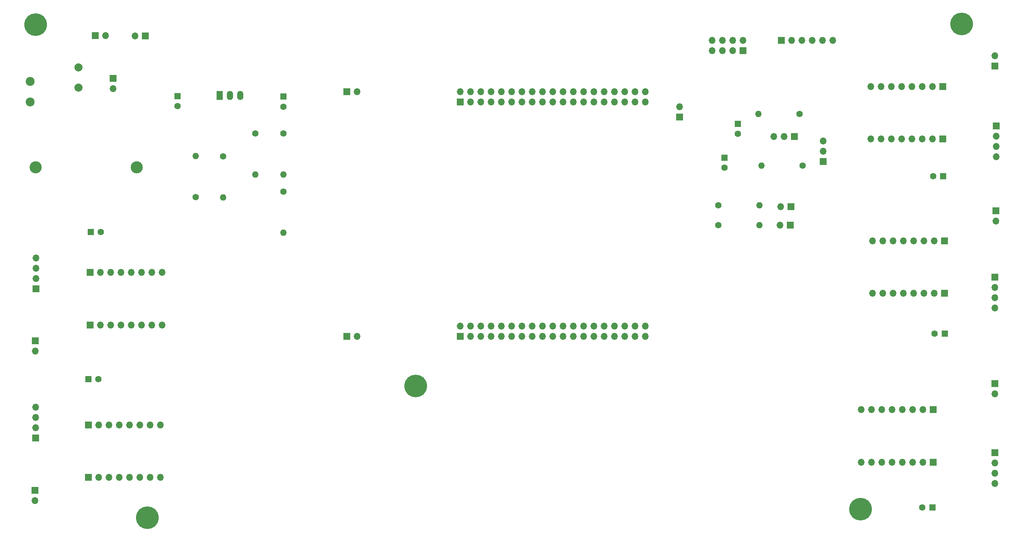
<source format=gbr>
%TF.GenerationSoftware,KiCad,Pcbnew,6.0.2+dfsg-1*%
%TF.CreationDate,2023-03-15T19:16:12+01:00*%
%TF.ProjectId,main_PCB,6d61696e-5f50-4434-922e-6b696361645f,rev?*%
%TF.SameCoordinates,Original*%
%TF.FileFunction,Soldermask,Bot*%
%TF.FilePolarity,Negative*%
%FSLAX46Y46*%
G04 Gerber Fmt 4.6, Leading zero omitted, Abs format (unit mm)*
G04 Created by KiCad (PCBNEW 6.0.2+dfsg-1) date 2023-03-15 19:16:12*
%MOMM*%
%LPD*%
G01*
G04 APERTURE LIST*
%ADD10R,1.600000X1.600000*%
%ADD11C,1.600000*%
%ADD12O,1.600000X1.600000*%
%ADD13R,1.700000X1.700000*%
%ADD14O,1.700000X1.700000*%
%ADD15C,5.600000*%
%ADD16R,1.500000X2.300000*%
%ADD17O,1.500000X2.300000*%
%ADD18C,3.000000*%
%ADD19C,2.200000*%
%ADD20C,2.000000*%
G04 APERTURE END LIST*
D10*
%TO.C,C7*%
X254279400Y-67030600D03*
D11*
X251779400Y-67030600D03*
%TD*%
%TO.C,R8*%
X218821000Y-51562000D03*
D12*
X208661000Y-51562000D03*
%TD*%
D13*
%TO.C,J25*%
X254203200Y-44785000D03*
D14*
X251663200Y-44785000D03*
X249123200Y-44785000D03*
X246583200Y-44785000D03*
X244043200Y-44785000D03*
X241503200Y-44785000D03*
X238963200Y-44785000D03*
X236423200Y-44785000D03*
%TD*%
D13*
%TO.C,JP3*%
X29895800Y-144703800D03*
D14*
X29895800Y-147243800D03*
%TD*%
D15*
%TO.C,H1*%
X30099000Y-29464000D03*
%TD*%
D13*
%TO.C,J16*%
X30131226Y-94832374D03*
D14*
X30131226Y-92292374D03*
X30131226Y-89752374D03*
X30131226Y-87212374D03*
%TD*%
D15*
%TO.C,H4*%
X233883200Y-149377400D03*
%TD*%
D13*
%TO.C,J19*%
X204851000Y-35941000D03*
D14*
X204851000Y-33401000D03*
X202311000Y-35941000D03*
X202311000Y-33401000D03*
X199771000Y-35941000D03*
X199771000Y-33401000D03*
X197231000Y-35941000D03*
X197231000Y-33401000D03*
%TD*%
D11*
%TO.C,R1*%
X76352400Y-62052200D03*
D12*
X76352400Y-72212200D03*
%TD*%
D13*
%TO.C,J23*%
X224638000Y-63358000D03*
D14*
X224638000Y-60818000D03*
X224638000Y-58278000D03*
%TD*%
D10*
%TO.C,C4*%
X251649113Y-148971000D03*
D11*
X249149113Y-148971000D03*
%TD*%
D13*
%TO.C,J18*%
X267030200Y-135407400D03*
D14*
X267030200Y-137947400D03*
X267030200Y-140487400D03*
X267030200Y-143027400D03*
%TD*%
D13*
%TO.C,J24*%
X49174000Y-42819000D03*
D14*
X49174000Y-45359000D03*
%TD*%
D15*
%TO.C,H3*%
X57658000Y-151511000D03*
%TD*%
%TO.C,H5*%
X123952000Y-118922800D03*
%TD*%
D13*
%TO.C,D4*%
X216662000Y-74549000D03*
D14*
X214122000Y-74549000D03*
%TD*%
D16*
%TO.C,U1*%
X75531000Y-47013100D03*
D17*
X78071000Y-47013100D03*
X80611000Y-47013100D03*
%TD*%
D13*
%TO.C,J22*%
X217536000Y-57175000D03*
D14*
X214996000Y-57175000D03*
X212456000Y-57175000D03*
%TD*%
D13*
%TO.C,J11*%
X43078400Y-141524000D03*
D14*
X45618400Y-141524000D03*
X48158400Y-141524000D03*
X50698400Y-141524000D03*
X53238400Y-141524000D03*
X55778400Y-141524000D03*
X58318400Y-141524000D03*
X60858400Y-141524000D03*
%TD*%
D13*
%TO.C,J28*%
X44851000Y-32233000D03*
D14*
X47391000Y-32233000D03*
%TD*%
D13*
%TO.C,J13*%
X251790600Y-124780200D03*
D14*
X249250600Y-124780200D03*
X246710600Y-124780200D03*
X244170600Y-124780200D03*
X241630600Y-124780200D03*
X239090600Y-124780200D03*
X236550600Y-124780200D03*
X234010600Y-124780200D03*
%TD*%
D11*
%TO.C,R5*%
X84378800Y-56388000D03*
D12*
X84378800Y-66548000D03*
%TD*%
D13*
%TO.C,J27*%
X267436200Y-54569200D03*
D14*
X267436200Y-57109200D03*
X267436200Y-59649200D03*
X267436200Y-62189200D03*
%TD*%
D10*
%TO.C,C9*%
X200279000Y-62421888D03*
D11*
X200279000Y-64921888D03*
%TD*%
D13*
%TO.C,JP5*%
X267030200Y-39700200D03*
D14*
X267030200Y-37160200D03*
%TD*%
D13*
%TO.C,JP2*%
X29972000Y-107696000D03*
D14*
X29972000Y-110236000D03*
%TD*%
D11*
%TO.C,R9*%
X219583000Y-64389000D03*
D12*
X209423000Y-64389000D03*
%TD*%
D11*
%TO.C,R6*%
X198755000Y-79121000D03*
D12*
X208915000Y-79121000D03*
%TD*%
D18*
%TO.C,F1*%
X30045000Y-64770000D03*
X55045000Y-64770000D03*
%TD*%
D13*
%TO.C,J4*%
X106950200Y-106593800D03*
D14*
X109490200Y-106593800D03*
%TD*%
D11*
%TO.C,R3*%
X91313000Y-56388000D03*
D12*
X91313000Y-66548000D03*
%TD*%
D13*
%TO.C,J10*%
X43531626Y-90808974D03*
D14*
X46071626Y-90808974D03*
X48611626Y-90808974D03*
X51151626Y-90808974D03*
X53691626Y-90808974D03*
X56231626Y-90808974D03*
X58771626Y-90808974D03*
X61311626Y-90808974D03*
%TD*%
D11*
%TO.C,R2*%
X69596000Y-72136000D03*
D12*
X69596000Y-61976000D03*
%TD*%
D13*
%TO.C,J15*%
X267055600Y-91948000D03*
D14*
X267055600Y-94488000D03*
X267055600Y-97028000D03*
X267055600Y-99568000D03*
%TD*%
D13*
%TO.C,J29*%
X57150000Y-32258000D03*
D14*
X54610000Y-32258000D03*
%TD*%
D13*
%TO.C,J20*%
X214274000Y-33376000D03*
D14*
X216814000Y-33376000D03*
X219354000Y-33376000D03*
X221894000Y-33376000D03*
X224434000Y-33376000D03*
X226974000Y-33376000D03*
%TD*%
D13*
%TO.C,J17*%
X30074000Y-131790600D03*
D14*
X30074000Y-129250600D03*
X30074000Y-126710600D03*
X30074000Y-124170600D03*
%TD*%
D13*
%TO.C,J12*%
X43078400Y-128524000D03*
D14*
X45618400Y-128524000D03*
X48158400Y-128524000D03*
X50698400Y-128524000D03*
X53238400Y-128524000D03*
X55778400Y-128524000D03*
X58318400Y-128524000D03*
X60858400Y-128524000D03*
%TD*%
D11*
%TO.C,R4*%
X91262200Y-70789800D03*
D12*
X91262200Y-80949800D03*
%TD*%
D13*
%TO.C,J14*%
X251790600Y-137780200D03*
D14*
X249250600Y-137780200D03*
X246710600Y-137780200D03*
X244170600Y-137780200D03*
X241630600Y-137780200D03*
X239090600Y-137780200D03*
X236550600Y-137780200D03*
X234010600Y-137780200D03*
%TD*%
D10*
%TO.C,C2*%
X43677200Y-80821574D03*
D11*
X46177200Y-80821574D03*
%TD*%
D15*
%TO.C,H2*%
X258826000Y-29337000D03*
%TD*%
D10*
%TO.C,C1*%
X254697113Y-105918000D03*
D11*
X252197113Y-105918000D03*
%TD*%
D13*
%TO.C,JP4*%
X267056000Y-118272800D03*
D14*
X267056000Y-120812800D03*
%TD*%
D13*
%TO.C,J26*%
X254203200Y-57785000D03*
D14*
X251663200Y-57785000D03*
X249123200Y-57785000D03*
X246583200Y-57785000D03*
X244043200Y-57785000D03*
X241503200Y-57785000D03*
X238963200Y-57785000D03*
X236423200Y-57785000D03*
%TD*%
D13*
%TO.C,J5*%
X189179200Y-52374800D03*
D14*
X189179200Y-49834800D03*
%TD*%
D13*
%TO.C,D3*%
X216535000Y-79121000D03*
D14*
X213995000Y-79121000D03*
%TD*%
D13*
%TO.C,JP1*%
X267284200Y-75509200D03*
D14*
X267284200Y-78049200D03*
%TD*%
D19*
%TO.C,J21*%
X28732000Y-43560000D03*
X28732000Y-48640000D03*
%TD*%
D13*
%TO.C,J3*%
X106950200Y-46050200D03*
D14*
X109490200Y-46050200D03*
%TD*%
D13*
%TO.C,J8*%
X254635000Y-95986600D03*
D14*
X252095000Y-95986600D03*
X249555000Y-95986600D03*
X247015000Y-95986600D03*
X244475000Y-95986600D03*
X241935000Y-95986600D03*
X239395000Y-95986600D03*
X236855000Y-95986600D03*
%TD*%
D10*
%TO.C,C3*%
X43102888Y-117190400D03*
D11*
X45602888Y-117190400D03*
%TD*%
D13*
%TO.C,J9*%
X43531626Y-103808974D03*
D14*
X46071626Y-103808974D03*
X48611626Y-103808974D03*
X51151626Y-103808974D03*
X53691626Y-103808974D03*
X56231626Y-103808974D03*
X58771626Y-103808974D03*
X61311626Y-103808974D03*
%TD*%
D10*
%TO.C,C6*%
X91313000Y-47308888D03*
D11*
X91313000Y-49808888D03*
%TD*%
D20*
%TO.C,SW1*%
X40640000Y-45045000D03*
X40640000Y-40045000D03*
%TD*%
D11*
%TO.C,R7*%
X198755000Y-74168000D03*
D12*
X208915000Y-74168000D03*
%TD*%
D10*
%TO.C,C5*%
X65125600Y-47181888D03*
D11*
X65125600Y-49681888D03*
%TD*%
D13*
%TO.C,J7*%
X254635000Y-82986600D03*
D14*
X252095000Y-82986600D03*
X249555000Y-82986600D03*
X247015000Y-82986600D03*
X244475000Y-82986600D03*
X241935000Y-82986600D03*
X239395000Y-82986600D03*
X236855000Y-82986600D03*
%TD*%
D10*
%TO.C,C8*%
X203581000Y-54039888D03*
D11*
X203581000Y-56539888D03*
%TD*%
D13*
%TO.C,J1*%
X134960200Y-106598400D03*
D14*
X134960200Y-104058400D03*
X137500200Y-106598400D03*
X137500200Y-104058400D03*
X140040200Y-106598400D03*
X140040200Y-104058400D03*
X142580200Y-106598400D03*
X142580200Y-104058400D03*
X145120200Y-106598400D03*
X145120200Y-104058400D03*
X147660200Y-106598400D03*
X147660200Y-104058400D03*
X150200200Y-106598400D03*
X150200200Y-104058400D03*
X152740200Y-106598400D03*
X152740200Y-104058400D03*
X155280200Y-106598400D03*
X155280200Y-104058400D03*
X157820200Y-106598400D03*
X157820200Y-104058400D03*
X160360200Y-106598400D03*
X160360200Y-104058400D03*
X162900200Y-106598400D03*
X162900200Y-104058400D03*
X165440200Y-106598400D03*
X165440200Y-104058400D03*
X167980200Y-106598400D03*
X167980200Y-104058400D03*
X170520200Y-106598400D03*
X170520200Y-104058400D03*
X173060200Y-106598400D03*
X173060200Y-104058400D03*
X175600200Y-106598400D03*
X175600200Y-104058400D03*
X178140200Y-106598400D03*
X178140200Y-104058400D03*
X180680200Y-106598400D03*
X180680200Y-104058400D03*
%TD*%
D13*
%TO.C,J2*%
X134960200Y-48598400D03*
D14*
X134960200Y-46058400D03*
X137500200Y-48598400D03*
X137500200Y-46058400D03*
X140040200Y-48598400D03*
X140040200Y-46058400D03*
X142580200Y-48598400D03*
X142580200Y-46058400D03*
X145120200Y-48598400D03*
X145120200Y-46058400D03*
X147660200Y-48598400D03*
X147660200Y-46058400D03*
X150200200Y-48598400D03*
X150200200Y-46058400D03*
X152740200Y-48598400D03*
X152740200Y-46058400D03*
X155280200Y-48598400D03*
X155280200Y-46058400D03*
X157820200Y-48598400D03*
X157820200Y-46058400D03*
X160360200Y-48598400D03*
X160360200Y-46058400D03*
X162900200Y-48598400D03*
X162900200Y-46058400D03*
X165440200Y-48598400D03*
X165440200Y-46058400D03*
X167980200Y-48598400D03*
X167980200Y-46058400D03*
X170520200Y-48598400D03*
X170520200Y-46058400D03*
X173060200Y-48598400D03*
X173060200Y-46058400D03*
X175600200Y-48598400D03*
X175600200Y-46058400D03*
X178140200Y-48598400D03*
X178140200Y-46058400D03*
X180680200Y-48598400D03*
X180680200Y-46058400D03*
%TD*%
M02*

</source>
